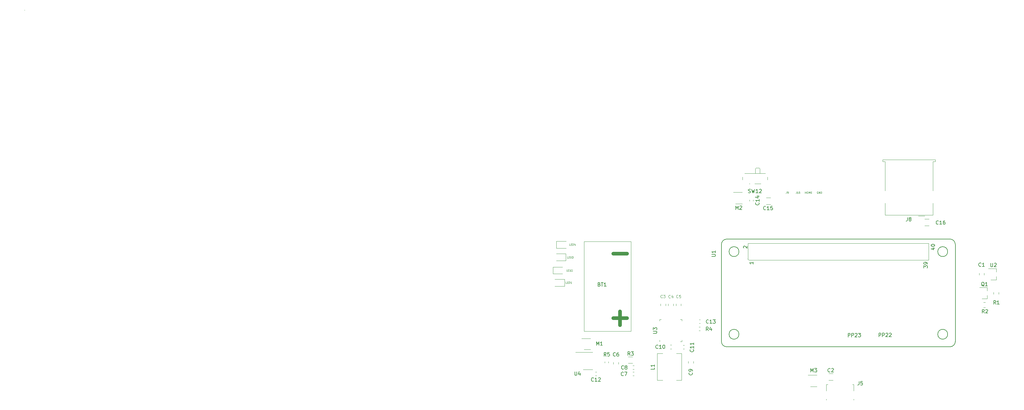
<source format=gbr>
%TF.GenerationSoftware,KiCad,Pcbnew,(5.1.6)-1*%
%TF.CreationDate,2021-04-26T08:49:06+02:00*%
%TF.ProjectId,GameboyPi,47616d65-626f-4795-9069-2e6b69636164,rev?*%
%TF.SameCoordinates,Original*%
%TF.FileFunction,Legend,Top*%
%TF.FilePolarity,Positive*%
%FSLAX46Y46*%
G04 Gerber Fmt 4.6, Leading zero omitted, Abs format (unit mm)*
G04 Created by KiCad (PCBNEW (5.1.6)-1) date 2021-04-26 08:49:06*
%MOMM*%
%LPD*%
G01*
G04 APERTURE LIST*
%ADD10C,0.200000*%
%ADD11C,0.120000*%
%ADD12C,0.125000*%
%ADD13C,0.150000*%
%ADD14C,1.000000*%
G04 APERTURE END LIST*
D10*
X-77400000Y-23025366D02*
G75*
G03*
X-77400000Y-23025366I0J0D01*
G01*
D11*
%TO.C,J8*%
X172700000Y-80341000D02*
X170900000Y-80341000D01*
X160990000Y-65161000D02*
X161640000Y-65161000D01*
X175610000Y-65161000D02*
X175610000Y-64641000D01*
X161640000Y-73271000D02*
X161640000Y-65161000D01*
X175610000Y-64641000D02*
X160990000Y-64641000D01*
X160990000Y-64641000D02*
X160990000Y-65161000D01*
X161640000Y-80121000D02*
X161640000Y-76791000D01*
X174960000Y-80121000D02*
X174960000Y-76791000D01*
X174960000Y-80121000D02*
X161640000Y-80121000D01*
X174960000Y-65161000D02*
X175610000Y-65161000D01*
X174960000Y-65161000D02*
X174960000Y-73271000D01*
%TO.C,C16*%
X173879564Y-81202500D02*
X172675436Y-81202500D01*
X173879564Y-83022500D02*
X172675436Y-83022500D01*
%TO.C,U4*%
X77770000Y-123080000D02*
X80370000Y-123080000D01*
X75670000Y-118290000D02*
X80360000Y-118290000D01*
%TO.C,U1*%
X123569240Y-87986700D02*
X123569240Y-92309780D01*
X173818060Y-87986700D02*
X123569240Y-87986700D01*
X173818060Y-92579020D02*
X173818060Y-87986700D01*
X123810540Y-92579020D02*
X173818060Y-92579020D01*
D10*
X181200000Y-88259999D02*
X181200000Y-115259999D01*
X179075001Y-113260000D02*
G75*
G03*
X179075001Y-113260000I-1375000J0D01*
G01*
X179700000Y-116760000D02*
X117700001Y-116759999D01*
X121075001Y-90260000D02*
G75*
G03*
X121075001Y-90260000I-1375000J0D01*
G01*
X179075001Y-90260000D02*
G75*
G03*
X179075001Y-90260000I-1375000J0D01*
G01*
X121075001Y-113259999D02*
G75*
G03*
X121075001Y-113259999I-1375000J0D01*
G01*
X116200001Y-115260000D02*
X116200001Y-88260000D01*
X117700001Y-86760000D02*
X179700000Y-86760000D01*
X116200001Y-88260000D02*
G75*
G02*
X117700001Y-86760000I1500000J0D01*
G01*
X117700002Y-116759999D02*
G75*
G02*
X116200001Y-115260000I-1J1500000D01*
G01*
X181200001Y-115259999D02*
G75*
G02*
X179700000Y-116760000I-1500001J0D01*
G01*
X179699999Y-86760000D02*
G75*
G02*
X181200000Y-88259999I1J-1500000D01*
G01*
D11*
X123817838Y-92576580D02*
G75*
G02*
X123574321Y-92309781I10482J254100D01*
G01*
%TO.C,BT1*%
X78030000Y-112460000D02*
X91030000Y-112460000D01*
X78030000Y-87460000D02*
X78030000Y-112460000D01*
X91030000Y-87460000D02*
X78030000Y-87460000D01*
X91030000Y-112460000D02*
X91030000Y-87460000D01*
%TO.C,L1*%
X105160000Y-126035000D02*
X103660000Y-126035000D01*
X105160000Y-118635000D02*
X103660000Y-118635000D01*
X105160000Y-126035000D02*
X105160000Y-118635000D01*
X98360000Y-118635000D02*
X99860000Y-118635000D01*
X98360000Y-126035000D02*
X99860000Y-126035000D01*
X98360000Y-118635000D02*
X98360000Y-126035000D01*
%TO.C,M3*%
X140930000Y-127850000D02*
X142730000Y-127850000D01*
X142730000Y-124630000D02*
X140280000Y-124630000D01*
%TO.C,M2*%
X120147500Y-76985000D02*
X121947500Y-76985000D01*
X121947500Y-73765000D02*
X119497500Y-73765000D01*
%TO.C,M1*%
X78060000Y-117500000D02*
X79820000Y-117500000D01*
X79820000Y-114430000D02*
X77390000Y-114430000D01*
%TO.C,R5*%
X83810000Y-121235279D02*
X83810000Y-120909721D01*
X84830000Y-121235279D02*
X84830000Y-120909721D01*
%TO.C,C15*%
X128662936Y-75275000D02*
X129867064Y-75275000D01*
X128662936Y-77095000D02*
X129867064Y-77095000D01*
%TO.C,C14*%
X123967500Y-76202779D02*
X123967500Y-75877221D01*
X124987500Y-76202779D02*
X124987500Y-75877221D01*
%TO.C,C13*%
X110325279Y-110245000D02*
X109999721Y-110245000D01*
X110325279Y-109225000D02*
X109999721Y-109225000D01*
%TO.C,C12*%
X81527779Y-124797500D02*
X81202221Y-124797500D01*
X81527779Y-123777500D02*
X81202221Y-123777500D01*
%TO.C,R4*%
X109972221Y-111222500D02*
X110297779Y-111222500D01*
X109972221Y-112242500D02*
X110297779Y-112242500D01*
%TO.C,C8*%
X91892779Y-123045000D02*
X91567221Y-123045000D01*
X91892779Y-122025000D02*
X91567221Y-122025000D01*
%TO.C,C7*%
X91902779Y-124795000D02*
X91577221Y-124795000D01*
X91902779Y-123775000D02*
X91577221Y-123775000D01*
%TO.C,R3*%
X91534564Y-121345000D02*
X90330436Y-121345000D01*
X91534564Y-119525000D02*
X90330436Y-119525000D01*
%TO.C,C11*%
X105562221Y-116297500D02*
X105887779Y-116297500D01*
X105562221Y-117317500D02*
X105887779Y-117317500D01*
%TO.C,C10*%
X102287779Y-117290000D02*
X101962221Y-117290000D01*
X102287779Y-116270000D02*
X101962221Y-116270000D01*
%TO.C,C9*%
X108390000Y-120821422D02*
X108390000Y-121338578D01*
X106970000Y-120821422D02*
X106970000Y-121338578D01*
%TO.C,C6*%
X87592500Y-121031422D02*
X87592500Y-121548578D01*
X86172500Y-121031422D02*
X86172500Y-121548578D01*
%TO.C,D4*%
X73000000Y-87390000D02*
X70315000Y-87390000D01*
X70315000Y-87390000D02*
X70315000Y-89310000D01*
X70315000Y-89310000D02*
X73000000Y-89310000D01*
%TO.C,D3*%
X70292500Y-92780000D02*
X72977500Y-92780000D01*
X72977500Y-92780000D02*
X72977500Y-90860000D01*
X72977500Y-90860000D02*
X70292500Y-90860000D01*
%TO.C,D2*%
X72060000Y-94530000D02*
X69375000Y-94530000D01*
X69375000Y-94530000D02*
X69375000Y-96450000D01*
X69375000Y-96450000D02*
X72060000Y-96450000D01*
%TO.C,D1*%
X69922500Y-99850000D02*
X72607500Y-99850000D01*
X72607500Y-99850000D02*
X72607500Y-97930000D01*
X72607500Y-97930000D02*
X69922500Y-97930000D01*
%TO.C,SW12*%
X124115000Y-71347500D02*
X123915000Y-71347500D01*
X126915000Y-67207500D02*
X126715000Y-66997500D01*
X125615000Y-67207500D02*
X125815000Y-66997500D01*
X126915000Y-68497500D02*
X126915000Y-67207500D01*
X126715000Y-66997500D02*
X125815000Y-66997500D01*
X125615000Y-67207500D02*
X125615000Y-68497500D01*
X128365000Y-68497500D02*
X122665000Y-68497500D01*
X127115000Y-71347500D02*
X125415000Y-71347500D01*
X128965000Y-70297500D02*
X128965000Y-69507500D01*
X122065000Y-69507500D02*
X122065000Y-70297500D01*
%TO.C,C5*%
X103570000Y-105333578D02*
X103570000Y-104816422D01*
X104990000Y-105333578D02*
X104990000Y-104816422D01*
%TO.C,C4*%
X101430000Y-105326078D02*
X101430000Y-104808922D01*
X102850000Y-105326078D02*
X102850000Y-104808922D01*
%TO.C,C3*%
X99260000Y-105326078D02*
X99260000Y-104808922D01*
X100680000Y-105326078D02*
X100680000Y-104808922D01*
%TO.C,C2*%
X147207064Y-126012500D02*
X146002936Y-126012500D01*
X147207064Y-124192500D02*
X146002936Y-124192500D01*
%TO.C,J5*%
X152980000Y-127262000D02*
X152600000Y-127262000D01*
X152980000Y-131312000D02*
X152980000Y-131572000D01*
X152980000Y-127262000D02*
X152980000Y-129032000D01*
X145360000Y-127262000D02*
X145740000Y-127262000D01*
X145360000Y-129032000D02*
X145360000Y-127262000D01*
X145360000Y-131572000D02*
X145360000Y-131312000D01*
%TO.C,U3*%
X99000000Y-114855000D02*
X99000000Y-115330000D01*
X105220000Y-109110000D02*
X104745000Y-109110000D01*
X105220000Y-109585000D02*
X105220000Y-109110000D01*
X105220000Y-115330000D02*
X104745000Y-115330000D01*
X105220000Y-114855000D02*
X105220000Y-115330000D01*
X99000000Y-109110000D02*
X99475000Y-109110000D01*
X99000000Y-109585000D02*
X99000000Y-109110000D01*
%TO.C,C1*%
X189230000Y-96798578D02*
X189230000Y-96281422D01*
X187810000Y-96798578D02*
X187810000Y-96281422D01*
%TO.C,Q1*%
X190080000Y-103400000D02*
X188620000Y-103400000D01*
X190080000Y-100240000D02*
X187920000Y-100240000D01*
X190080000Y-100240000D02*
X190080000Y-101170000D01*
X190080000Y-103400000D02*
X190080000Y-102470000D01*
%TO.C,R1*%
X191830000Y-101588922D02*
X191830000Y-102106078D01*
X193250000Y-101588922D02*
X193250000Y-102106078D01*
%TO.C,R2*%
X189568578Y-105780000D02*
X189051422Y-105780000D01*
X189568578Y-104360000D02*
X189051422Y-104360000D01*
%TO.C,U2*%
X192560000Y-98110000D02*
X192560000Y-97180000D01*
X192560000Y-94950000D02*
X192560000Y-95880000D01*
X192560000Y-94950000D02*
X190400000Y-94950000D01*
X192560000Y-98110000D02*
X191100000Y-98110000D01*
%TO.C,J10*%
D12*
X137025238Y-73586190D02*
X137025238Y-73943333D01*
X137001428Y-74014761D01*
X136953809Y-74062380D01*
X136882380Y-74086190D01*
X136834761Y-74086190D01*
X137525238Y-74086190D02*
X137239523Y-74086190D01*
X137382380Y-74086190D02*
X137382380Y-73586190D01*
X137334761Y-73657619D01*
X137287142Y-73705238D01*
X137239523Y-73729047D01*
X137834761Y-73586190D02*
X137882380Y-73586190D01*
X137930000Y-73610000D01*
X137953809Y-73633809D01*
X137977619Y-73681428D01*
X138001428Y-73776666D01*
X138001428Y-73895714D01*
X137977619Y-73990952D01*
X137953809Y-74038571D01*
X137930000Y-74062380D01*
X137882380Y-74086190D01*
X137834761Y-74086190D01*
X137787142Y-74062380D01*
X137763333Y-74038571D01*
X137739523Y-73990952D01*
X137715714Y-73895714D01*
X137715714Y-73776666D01*
X137739523Y-73681428D01*
X137763333Y-73633809D01*
X137787142Y-73610000D01*
X137834761Y-73586190D01*
%TO.C,J9*%
X134303333Y-73546190D02*
X134303333Y-73903333D01*
X134279523Y-73974761D01*
X134231904Y-74022380D01*
X134160476Y-74046190D01*
X134112857Y-74046190D01*
X134565238Y-74046190D02*
X134660476Y-74046190D01*
X134708095Y-74022380D01*
X134731904Y-73998571D01*
X134779523Y-73927142D01*
X134803333Y-73831904D01*
X134803333Y-73641428D01*
X134779523Y-73593809D01*
X134755714Y-73570000D01*
X134708095Y-73546190D01*
X134612857Y-73546190D01*
X134565238Y-73570000D01*
X134541428Y-73593809D01*
X134517619Y-73641428D01*
X134517619Y-73760476D01*
X134541428Y-73808095D01*
X134565238Y-73831904D01*
X134612857Y-73855714D01*
X134708095Y-73855714D01*
X134755714Y-73831904D01*
X134779523Y-73808095D01*
X134803333Y-73760476D01*
%TO.C,J8*%
D13*
X167916666Y-80733380D02*
X167916666Y-81447666D01*
X167869047Y-81590523D01*
X167773809Y-81685761D01*
X167630952Y-81733380D01*
X167535714Y-81733380D01*
X168535714Y-81161952D02*
X168440476Y-81114333D01*
X168392857Y-81066714D01*
X168345238Y-80971476D01*
X168345238Y-80923857D01*
X168392857Y-80828619D01*
X168440476Y-80781000D01*
X168535714Y-80733380D01*
X168726190Y-80733380D01*
X168821428Y-80781000D01*
X168869047Y-80828619D01*
X168916666Y-80923857D01*
X168916666Y-80971476D01*
X168869047Y-81066714D01*
X168821428Y-81114333D01*
X168726190Y-81161952D01*
X168535714Y-81161952D01*
X168440476Y-81209571D01*
X168392857Y-81257190D01*
X168345238Y-81352428D01*
X168345238Y-81542904D01*
X168392857Y-81638142D01*
X168440476Y-81685761D01*
X168535714Y-81733380D01*
X168726190Y-81733380D01*
X168821428Y-81685761D01*
X168869047Y-81638142D01*
X168916666Y-81542904D01*
X168916666Y-81352428D01*
X168869047Y-81257190D01*
X168821428Y-81209571D01*
X168726190Y-81161952D01*
%TO.C,C16*%
X176494642Y-82559642D02*
X176447023Y-82607261D01*
X176304166Y-82654880D01*
X176208928Y-82654880D01*
X176066071Y-82607261D01*
X175970833Y-82512023D01*
X175923214Y-82416785D01*
X175875595Y-82226309D01*
X175875595Y-82083452D01*
X175923214Y-81892976D01*
X175970833Y-81797738D01*
X176066071Y-81702500D01*
X176208928Y-81654880D01*
X176304166Y-81654880D01*
X176447023Y-81702500D01*
X176494642Y-81750119D01*
X177447023Y-82654880D02*
X176875595Y-82654880D01*
X177161309Y-82654880D02*
X177161309Y-81654880D01*
X177066071Y-81797738D01*
X176970833Y-81892976D01*
X176875595Y-81940595D01*
X178304166Y-81654880D02*
X178113690Y-81654880D01*
X178018452Y-81702500D01*
X177970833Y-81750119D01*
X177875595Y-81892976D01*
X177827976Y-82083452D01*
X177827976Y-82464404D01*
X177875595Y-82559642D01*
X177923214Y-82607261D01*
X178018452Y-82654880D01*
X178208928Y-82654880D01*
X178304166Y-82607261D01*
X178351785Y-82559642D01*
X178399404Y-82464404D01*
X178399404Y-82226309D01*
X178351785Y-82131071D01*
X178304166Y-82083452D01*
X178208928Y-82035833D01*
X178018452Y-82035833D01*
X177923214Y-82083452D01*
X177875595Y-82131071D01*
X177827976Y-82226309D01*
%TO.C,J6*%
D12*
X139453333Y-74076190D02*
X139453333Y-73576190D01*
X139453333Y-73814285D02*
X139739047Y-73814285D01*
X139739047Y-74076190D02*
X139739047Y-73576190D01*
X140072380Y-73576190D02*
X140167619Y-73576190D01*
X140215238Y-73600000D01*
X140262857Y-73647619D01*
X140286666Y-73742857D01*
X140286666Y-73909523D01*
X140262857Y-74004761D01*
X140215238Y-74052380D01*
X140167619Y-74076190D01*
X140072380Y-74076190D01*
X140024761Y-74052380D01*
X139977142Y-74004761D01*
X139953333Y-73909523D01*
X139953333Y-73742857D01*
X139977142Y-73647619D01*
X140024761Y-73600000D01*
X140072380Y-73576190D01*
X140500952Y-74076190D02*
X140500952Y-73576190D01*
X140667619Y-73933333D01*
X140834285Y-73576190D01*
X140834285Y-74076190D01*
X141072380Y-73814285D02*
X141239047Y-73814285D01*
X141310476Y-74076190D02*
X141072380Y-74076190D01*
X141072380Y-73576190D01*
X141310476Y-73576190D01*
%TO.C,U4*%
D13*
X75460595Y-123674880D02*
X75460595Y-124484404D01*
X75508214Y-124579642D01*
X75555833Y-124627261D01*
X75651071Y-124674880D01*
X75841547Y-124674880D01*
X75936785Y-124627261D01*
X75984404Y-124579642D01*
X76032023Y-124484404D01*
X76032023Y-123674880D01*
X76936785Y-124008214D02*
X76936785Y-124674880D01*
X76698690Y-123627261D02*
X76460595Y-124341547D01*
X77079642Y-124341547D01*
%TO.C,J7*%
D12*
X143029047Y-73580000D02*
X142981428Y-73556190D01*
X142910000Y-73556190D01*
X142838571Y-73580000D01*
X142790952Y-73627619D01*
X142767142Y-73675238D01*
X142743333Y-73770476D01*
X142743333Y-73841904D01*
X142767142Y-73937142D01*
X142790952Y-73984761D01*
X142838571Y-74032380D01*
X142910000Y-74056190D01*
X142957619Y-74056190D01*
X143029047Y-74032380D01*
X143052857Y-74008571D01*
X143052857Y-73841904D01*
X142957619Y-73841904D01*
X143267142Y-74056190D02*
X143267142Y-73556190D01*
X143552857Y-74056190D01*
X143552857Y-73556190D01*
X143790952Y-74056190D02*
X143790952Y-73556190D01*
X143910000Y-73556190D01*
X143981428Y-73580000D01*
X144029047Y-73627619D01*
X144052857Y-73675238D01*
X144076666Y-73770476D01*
X144076666Y-73841904D01*
X144052857Y-73937142D01*
X144029047Y-73984761D01*
X143981428Y-74032380D01*
X143910000Y-74056190D01*
X143790952Y-74056190D01*
%TO.C,U1*%
D13*
X113532380Y-91581904D02*
X114341904Y-91581904D01*
X114437142Y-91534285D01*
X114484761Y-91486666D01*
X114532380Y-91391428D01*
X114532380Y-91200952D01*
X114484761Y-91105714D01*
X114437142Y-91058095D01*
X114341904Y-91010476D01*
X113532380Y-91010476D01*
X114532380Y-90010476D02*
X114532380Y-90581904D01*
X114532380Y-90296190D02*
X113532380Y-90296190D01*
X113675238Y-90391428D01*
X113770476Y-90486666D01*
X113818095Y-90581904D01*
X151405714Y-113992380D02*
X151405714Y-112992380D01*
X151786666Y-112992380D01*
X151881904Y-113040000D01*
X151929523Y-113087619D01*
X151977142Y-113182857D01*
X151977142Y-113325714D01*
X151929523Y-113420952D01*
X151881904Y-113468571D01*
X151786666Y-113516190D01*
X151405714Y-113516190D01*
X152405714Y-113992380D02*
X152405714Y-112992380D01*
X152786666Y-112992380D01*
X152881904Y-113040000D01*
X152929523Y-113087619D01*
X152977142Y-113182857D01*
X152977142Y-113325714D01*
X152929523Y-113420952D01*
X152881904Y-113468571D01*
X152786666Y-113516190D01*
X152405714Y-113516190D01*
X153358095Y-113087619D02*
X153405714Y-113040000D01*
X153500952Y-112992380D01*
X153739047Y-112992380D01*
X153834285Y-113040000D01*
X153881904Y-113087619D01*
X153929523Y-113182857D01*
X153929523Y-113278095D01*
X153881904Y-113420952D01*
X153310476Y-113992380D01*
X153929523Y-113992380D01*
X154262857Y-112992380D02*
X154881904Y-112992380D01*
X154548571Y-113373333D01*
X154691428Y-113373333D01*
X154786666Y-113420952D01*
X154834285Y-113468571D01*
X154881904Y-113563809D01*
X154881904Y-113801904D01*
X154834285Y-113897142D01*
X154786666Y-113944761D01*
X154691428Y-113992380D01*
X154405714Y-113992380D01*
X154310476Y-113944761D01*
X154262857Y-113897142D01*
X159955714Y-113962380D02*
X159955714Y-112962380D01*
X160336666Y-112962380D01*
X160431904Y-113010000D01*
X160479523Y-113057619D01*
X160527142Y-113152857D01*
X160527142Y-113295714D01*
X160479523Y-113390952D01*
X160431904Y-113438571D01*
X160336666Y-113486190D01*
X159955714Y-113486190D01*
X160955714Y-113962380D02*
X160955714Y-112962380D01*
X161336666Y-112962380D01*
X161431904Y-113010000D01*
X161479523Y-113057619D01*
X161527142Y-113152857D01*
X161527142Y-113295714D01*
X161479523Y-113390952D01*
X161431904Y-113438571D01*
X161336666Y-113486190D01*
X160955714Y-113486190D01*
X161908095Y-113057619D02*
X161955714Y-113010000D01*
X162050952Y-112962380D01*
X162289047Y-112962380D01*
X162384285Y-113010000D01*
X162431904Y-113057619D01*
X162479523Y-113152857D01*
X162479523Y-113248095D01*
X162431904Y-113390952D01*
X161860476Y-113962380D01*
X162479523Y-113962380D01*
X162860476Y-113057619D02*
X162908095Y-113010000D01*
X163003333Y-112962380D01*
X163241428Y-112962380D01*
X163336666Y-113010000D01*
X163384285Y-113057619D01*
X163431904Y-113152857D01*
X163431904Y-113248095D01*
X163384285Y-113390952D01*
X162812857Y-113962380D01*
X163431904Y-113962380D01*
X124992380Y-93114285D02*
X124992380Y-93685714D01*
X124992380Y-93400000D02*
X123992380Y-93400000D01*
X124135238Y-93495238D01*
X124230476Y-93590476D01*
X124278095Y-93685714D01*
X172460180Y-94783003D02*
X172460180Y-94163956D01*
X172841133Y-94497289D01*
X172841133Y-94354432D01*
X172888752Y-94259194D01*
X172936371Y-94211575D01*
X173031609Y-94163956D01*
X173269704Y-94163956D01*
X173364942Y-94211575D01*
X173412561Y-94259194D01*
X173460180Y-94354432D01*
X173460180Y-94640146D01*
X173412561Y-94735384D01*
X173364942Y-94783003D01*
X173460180Y-93687765D02*
X173460180Y-93497289D01*
X173412561Y-93402051D01*
X173364942Y-93354432D01*
X173222085Y-93259194D01*
X173031609Y-93211575D01*
X172650657Y-93211575D01*
X172555419Y-93259194D01*
X172507800Y-93306813D01*
X172460180Y-93402051D01*
X172460180Y-93592527D01*
X172507800Y-93687765D01*
X172555419Y-93735384D01*
X172650657Y-93783003D01*
X172888752Y-93783003D01*
X172983990Y-93735384D01*
X173031609Y-93687765D01*
X173079228Y-93592527D01*
X173079228Y-93402051D01*
X173031609Y-93306813D01*
X172983990Y-93259194D01*
X172888752Y-93211575D01*
X122437619Y-89245714D02*
X122390000Y-89198095D01*
X122342380Y-89102857D01*
X122342380Y-88864761D01*
X122390000Y-88769523D01*
X122437619Y-88721904D01*
X122532857Y-88674285D01*
X122628095Y-88674285D01*
X122770952Y-88721904D01*
X123342380Y-89293333D01*
X123342380Y-88674285D01*
X174805714Y-89275714D02*
X175472380Y-89275714D01*
X174424761Y-89513809D02*
X175139047Y-89751904D01*
X175139047Y-89132857D01*
X174472380Y-88561428D02*
X174472380Y-88466190D01*
X174520000Y-88370952D01*
X174567619Y-88323333D01*
X174662857Y-88275714D01*
X174853333Y-88228095D01*
X175091428Y-88228095D01*
X175281904Y-88275714D01*
X175377142Y-88323333D01*
X175424761Y-88370952D01*
X175472380Y-88466190D01*
X175472380Y-88561428D01*
X175424761Y-88656666D01*
X175377142Y-88704285D01*
X175281904Y-88751904D01*
X175091428Y-88799523D01*
X174853333Y-88799523D01*
X174662857Y-88751904D01*
X174567619Y-88704285D01*
X174520000Y-88656666D01*
X174472380Y-88561428D01*
%TO.C,BT1*%
X82244285Y-99388571D02*
X82387142Y-99436190D01*
X82434761Y-99483809D01*
X82482380Y-99579047D01*
X82482380Y-99721904D01*
X82434761Y-99817142D01*
X82387142Y-99864761D01*
X82291904Y-99912380D01*
X81910952Y-99912380D01*
X81910952Y-98912380D01*
X82244285Y-98912380D01*
X82339523Y-98960000D01*
X82387142Y-99007619D01*
X82434761Y-99102857D01*
X82434761Y-99198095D01*
X82387142Y-99293333D01*
X82339523Y-99340952D01*
X82244285Y-99388571D01*
X81910952Y-99388571D01*
X82768095Y-98912380D02*
X83339523Y-98912380D01*
X83053809Y-99912380D02*
X83053809Y-98912380D01*
X84196666Y-99912380D02*
X83625238Y-99912380D01*
X83910952Y-99912380D02*
X83910952Y-98912380D01*
X83815714Y-99055238D01*
X83720476Y-99150476D01*
X83625238Y-99198095D01*
D14*
X86125238Y-90817142D02*
X89934761Y-90817142D01*
X86125238Y-108817142D02*
X89934761Y-108817142D01*
X88030000Y-110721904D02*
X88030000Y-106912380D01*
%TO.C,L1*%
D13*
X97567380Y-122554166D02*
X97567380Y-123030357D01*
X96567380Y-123030357D01*
X97567380Y-121697023D02*
X97567380Y-122268452D01*
X97567380Y-121982738D02*
X96567380Y-121982738D01*
X96710238Y-122077976D01*
X96805476Y-122173214D01*
X96853095Y-122268452D01*
%TO.C,M3*%
X141020476Y-123792380D02*
X141020476Y-122792380D01*
X141353809Y-123506666D01*
X141687142Y-122792380D01*
X141687142Y-123792380D01*
X142068095Y-122792380D02*
X142687142Y-122792380D01*
X142353809Y-123173333D01*
X142496666Y-123173333D01*
X142591904Y-123220952D01*
X142639523Y-123268571D01*
X142687142Y-123363809D01*
X142687142Y-123601904D01*
X142639523Y-123697142D01*
X142591904Y-123744761D01*
X142496666Y-123792380D01*
X142210952Y-123792380D01*
X142115714Y-123744761D01*
X142068095Y-123697142D01*
%TO.C,M2*%
X120197976Y-78517380D02*
X120197976Y-77517380D01*
X120531309Y-78231666D01*
X120864642Y-77517380D01*
X120864642Y-78517380D01*
X121293214Y-77612619D02*
X121340833Y-77565000D01*
X121436071Y-77517380D01*
X121674166Y-77517380D01*
X121769404Y-77565000D01*
X121817023Y-77612619D01*
X121864642Y-77707857D01*
X121864642Y-77803095D01*
X121817023Y-77945952D01*
X121245595Y-78517380D01*
X121864642Y-78517380D01*
%TO.C,M1*%
X81470476Y-116332380D02*
X81470476Y-115332380D01*
X81803809Y-116046666D01*
X82137142Y-115332380D01*
X82137142Y-116332380D01*
X83137142Y-116332380D02*
X82565714Y-116332380D01*
X82851428Y-116332380D02*
X82851428Y-115332380D01*
X82756190Y-115475238D01*
X82660952Y-115570476D01*
X82565714Y-115618095D01*
%TO.C,R5*%
X84163333Y-119342380D02*
X83830000Y-118866190D01*
X83591904Y-119342380D02*
X83591904Y-118342380D01*
X83972857Y-118342380D01*
X84068095Y-118390000D01*
X84115714Y-118437619D01*
X84163333Y-118532857D01*
X84163333Y-118675714D01*
X84115714Y-118770952D01*
X84068095Y-118818571D01*
X83972857Y-118866190D01*
X83591904Y-118866190D01*
X85068095Y-118342380D02*
X84591904Y-118342380D01*
X84544285Y-118818571D01*
X84591904Y-118770952D01*
X84687142Y-118723333D01*
X84925238Y-118723333D01*
X85020476Y-118770952D01*
X85068095Y-118818571D01*
X85115714Y-118913809D01*
X85115714Y-119151904D01*
X85068095Y-119247142D01*
X85020476Y-119294761D01*
X84925238Y-119342380D01*
X84687142Y-119342380D01*
X84591904Y-119294761D01*
X84544285Y-119247142D01*
%TO.C,C15*%
X128532142Y-78542142D02*
X128484523Y-78589761D01*
X128341666Y-78637380D01*
X128246428Y-78637380D01*
X128103571Y-78589761D01*
X128008333Y-78494523D01*
X127960714Y-78399285D01*
X127913095Y-78208809D01*
X127913095Y-78065952D01*
X127960714Y-77875476D01*
X128008333Y-77780238D01*
X128103571Y-77685000D01*
X128246428Y-77637380D01*
X128341666Y-77637380D01*
X128484523Y-77685000D01*
X128532142Y-77732619D01*
X129484523Y-78637380D02*
X128913095Y-78637380D01*
X129198809Y-78637380D02*
X129198809Y-77637380D01*
X129103571Y-77780238D01*
X129008333Y-77875476D01*
X128913095Y-77923095D01*
X130389285Y-77637380D02*
X129913095Y-77637380D01*
X129865476Y-78113571D01*
X129913095Y-78065952D01*
X130008333Y-78018333D01*
X130246428Y-78018333D01*
X130341666Y-78065952D01*
X130389285Y-78113571D01*
X130436904Y-78208809D01*
X130436904Y-78446904D01*
X130389285Y-78542142D01*
X130341666Y-78589761D01*
X130246428Y-78637380D01*
X130008333Y-78637380D01*
X129913095Y-78589761D01*
X129865476Y-78542142D01*
%TO.C,C14*%
X126594642Y-76642857D02*
X126642261Y-76690476D01*
X126689880Y-76833333D01*
X126689880Y-76928571D01*
X126642261Y-77071428D01*
X126547023Y-77166666D01*
X126451785Y-77214285D01*
X126261309Y-77261904D01*
X126118452Y-77261904D01*
X125927976Y-77214285D01*
X125832738Y-77166666D01*
X125737500Y-77071428D01*
X125689880Y-76928571D01*
X125689880Y-76833333D01*
X125737500Y-76690476D01*
X125785119Y-76642857D01*
X126689880Y-75690476D02*
X126689880Y-76261904D01*
X126689880Y-75976190D02*
X125689880Y-75976190D01*
X125832738Y-76071428D01*
X125927976Y-76166666D01*
X125975595Y-76261904D01*
X126023214Y-74833333D02*
X126689880Y-74833333D01*
X125642261Y-75071428D02*
X126356547Y-75309523D01*
X126356547Y-74690476D01*
%TO.C,C13*%
X112599642Y-110112142D02*
X112552023Y-110159761D01*
X112409166Y-110207380D01*
X112313928Y-110207380D01*
X112171071Y-110159761D01*
X112075833Y-110064523D01*
X112028214Y-109969285D01*
X111980595Y-109778809D01*
X111980595Y-109635952D01*
X112028214Y-109445476D01*
X112075833Y-109350238D01*
X112171071Y-109255000D01*
X112313928Y-109207380D01*
X112409166Y-109207380D01*
X112552023Y-109255000D01*
X112599642Y-109302619D01*
X113552023Y-110207380D02*
X112980595Y-110207380D01*
X113266309Y-110207380D02*
X113266309Y-109207380D01*
X113171071Y-109350238D01*
X113075833Y-109445476D01*
X112980595Y-109493095D01*
X113885357Y-109207380D02*
X114504404Y-109207380D01*
X114171071Y-109588333D01*
X114313928Y-109588333D01*
X114409166Y-109635952D01*
X114456785Y-109683571D01*
X114504404Y-109778809D01*
X114504404Y-110016904D01*
X114456785Y-110112142D01*
X114409166Y-110159761D01*
X114313928Y-110207380D01*
X114028214Y-110207380D01*
X113932976Y-110159761D01*
X113885357Y-110112142D01*
%TO.C,C12*%
X80694642Y-126254642D02*
X80647023Y-126302261D01*
X80504166Y-126349880D01*
X80408928Y-126349880D01*
X80266071Y-126302261D01*
X80170833Y-126207023D01*
X80123214Y-126111785D01*
X80075595Y-125921309D01*
X80075595Y-125778452D01*
X80123214Y-125587976D01*
X80170833Y-125492738D01*
X80266071Y-125397500D01*
X80408928Y-125349880D01*
X80504166Y-125349880D01*
X80647023Y-125397500D01*
X80694642Y-125445119D01*
X81647023Y-126349880D02*
X81075595Y-126349880D01*
X81361309Y-126349880D02*
X81361309Y-125349880D01*
X81266071Y-125492738D01*
X81170833Y-125587976D01*
X81075595Y-125635595D01*
X82027976Y-125445119D02*
X82075595Y-125397500D01*
X82170833Y-125349880D01*
X82408928Y-125349880D01*
X82504166Y-125397500D01*
X82551785Y-125445119D01*
X82599404Y-125540357D01*
X82599404Y-125635595D01*
X82551785Y-125778452D01*
X81980357Y-126349880D01*
X82599404Y-126349880D01*
%TO.C,R4*%
X112555833Y-112264880D02*
X112222500Y-111788690D01*
X111984404Y-112264880D02*
X111984404Y-111264880D01*
X112365357Y-111264880D01*
X112460595Y-111312500D01*
X112508214Y-111360119D01*
X112555833Y-111455357D01*
X112555833Y-111598214D01*
X112508214Y-111693452D01*
X112460595Y-111741071D01*
X112365357Y-111788690D01*
X111984404Y-111788690D01*
X113412976Y-111598214D02*
X113412976Y-112264880D01*
X113174880Y-111217261D02*
X112936785Y-111931547D01*
X113555833Y-111931547D01*
%TO.C,C8*%
X89025833Y-122902142D02*
X88978214Y-122949761D01*
X88835357Y-122997380D01*
X88740119Y-122997380D01*
X88597261Y-122949761D01*
X88502023Y-122854523D01*
X88454404Y-122759285D01*
X88406785Y-122568809D01*
X88406785Y-122425952D01*
X88454404Y-122235476D01*
X88502023Y-122140238D01*
X88597261Y-122045000D01*
X88740119Y-121997380D01*
X88835357Y-121997380D01*
X88978214Y-122045000D01*
X89025833Y-122092619D01*
X89597261Y-122425952D02*
X89502023Y-122378333D01*
X89454404Y-122330714D01*
X89406785Y-122235476D01*
X89406785Y-122187857D01*
X89454404Y-122092619D01*
X89502023Y-122045000D01*
X89597261Y-121997380D01*
X89787738Y-121997380D01*
X89882976Y-122045000D01*
X89930595Y-122092619D01*
X89978214Y-122187857D01*
X89978214Y-122235476D01*
X89930595Y-122330714D01*
X89882976Y-122378333D01*
X89787738Y-122425952D01*
X89597261Y-122425952D01*
X89502023Y-122473571D01*
X89454404Y-122521190D01*
X89406785Y-122616428D01*
X89406785Y-122806904D01*
X89454404Y-122902142D01*
X89502023Y-122949761D01*
X89597261Y-122997380D01*
X89787738Y-122997380D01*
X89882976Y-122949761D01*
X89930595Y-122902142D01*
X89978214Y-122806904D01*
X89978214Y-122616428D01*
X89930595Y-122521190D01*
X89882976Y-122473571D01*
X89787738Y-122425952D01*
%TO.C,C7*%
X88965833Y-124712142D02*
X88918214Y-124759761D01*
X88775357Y-124807380D01*
X88680119Y-124807380D01*
X88537261Y-124759761D01*
X88442023Y-124664523D01*
X88394404Y-124569285D01*
X88346785Y-124378809D01*
X88346785Y-124235952D01*
X88394404Y-124045476D01*
X88442023Y-123950238D01*
X88537261Y-123855000D01*
X88680119Y-123807380D01*
X88775357Y-123807380D01*
X88918214Y-123855000D01*
X88965833Y-123902619D01*
X89299166Y-123807380D02*
X89965833Y-123807380D01*
X89537261Y-124807380D01*
%TO.C,R3*%
X90785833Y-119117380D02*
X90452500Y-118641190D01*
X90214404Y-119117380D02*
X90214404Y-118117380D01*
X90595357Y-118117380D01*
X90690595Y-118165000D01*
X90738214Y-118212619D01*
X90785833Y-118307857D01*
X90785833Y-118450714D01*
X90738214Y-118545952D01*
X90690595Y-118593571D01*
X90595357Y-118641190D01*
X90214404Y-118641190D01*
X91119166Y-118117380D02*
X91738214Y-118117380D01*
X91404880Y-118498333D01*
X91547738Y-118498333D01*
X91642976Y-118545952D01*
X91690595Y-118593571D01*
X91738214Y-118688809D01*
X91738214Y-118926904D01*
X91690595Y-119022142D01*
X91642976Y-119069761D01*
X91547738Y-119117380D01*
X91262023Y-119117380D01*
X91166785Y-119069761D01*
X91119166Y-119022142D01*
%TO.C,C11*%
X108382142Y-117520357D02*
X108429761Y-117567976D01*
X108477380Y-117710833D01*
X108477380Y-117806071D01*
X108429761Y-117948928D01*
X108334523Y-118044166D01*
X108239285Y-118091785D01*
X108048809Y-118139404D01*
X107905952Y-118139404D01*
X107715476Y-118091785D01*
X107620238Y-118044166D01*
X107525000Y-117948928D01*
X107477380Y-117806071D01*
X107477380Y-117710833D01*
X107525000Y-117567976D01*
X107572619Y-117520357D01*
X108477380Y-116567976D02*
X108477380Y-117139404D01*
X108477380Y-116853690D02*
X107477380Y-116853690D01*
X107620238Y-116948928D01*
X107715476Y-117044166D01*
X107763095Y-117139404D01*
X108477380Y-115615595D02*
X108477380Y-116187023D01*
X108477380Y-115901309D02*
X107477380Y-115901309D01*
X107620238Y-115996547D01*
X107715476Y-116091785D01*
X107763095Y-116187023D01*
%TO.C,C10*%
X98574642Y-117147142D02*
X98527023Y-117194761D01*
X98384166Y-117242380D01*
X98288928Y-117242380D01*
X98146071Y-117194761D01*
X98050833Y-117099523D01*
X98003214Y-117004285D01*
X97955595Y-116813809D01*
X97955595Y-116670952D01*
X98003214Y-116480476D01*
X98050833Y-116385238D01*
X98146071Y-116290000D01*
X98288928Y-116242380D01*
X98384166Y-116242380D01*
X98527023Y-116290000D01*
X98574642Y-116337619D01*
X99527023Y-117242380D02*
X98955595Y-117242380D01*
X99241309Y-117242380D02*
X99241309Y-116242380D01*
X99146071Y-116385238D01*
X99050833Y-116480476D01*
X98955595Y-116528095D01*
X100146071Y-116242380D02*
X100241309Y-116242380D01*
X100336547Y-116290000D01*
X100384166Y-116337619D01*
X100431785Y-116432857D01*
X100479404Y-116623333D01*
X100479404Y-116861428D01*
X100431785Y-117051904D01*
X100384166Y-117147142D01*
X100336547Y-117194761D01*
X100241309Y-117242380D01*
X100146071Y-117242380D01*
X100050833Y-117194761D01*
X100003214Y-117147142D01*
X99955595Y-117051904D01*
X99907976Y-116861428D01*
X99907976Y-116623333D01*
X99955595Y-116432857D01*
X100003214Y-116337619D01*
X100050833Y-116290000D01*
X100146071Y-116242380D01*
%TO.C,C9*%
X108057142Y-123964166D02*
X108104761Y-124011785D01*
X108152380Y-124154642D01*
X108152380Y-124249880D01*
X108104761Y-124392738D01*
X108009523Y-124487976D01*
X107914285Y-124535595D01*
X107723809Y-124583214D01*
X107580952Y-124583214D01*
X107390476Y-124535595D01*
X107295238Y-124487976D01*
X107200000Y-124392738D01*
X107152380Y-124249880D01*
X107152380Y-124154642D01*
X107200000Y-124011785D01*
X107247619Y-123964166D01*
X108152380Y-123487976D02*
X108152380Y-123297500D01*
X108104761Y-123202261D01*
X108057142Y-123154642D01*
X107914285Y-123059404D01*
X107723809Y-123011785D01*
X107342857Y-123011785D01*
X107247619Y-123059404D01*
X107200000Y-123107023D01*
X107152380Y-123202261D01*
X107152380Y-123392738D01*
X107200000Y-123487976D01*
X107247619Y-123535595D01*
X107342857Y-123583214D01*
X107580952Y-123583214D01*
X107676190Y-123535595D01*
X107723809Y-123487976D01*
X107771428Y-123392738D01*
X107771428Y-123202261D01*
X107723809Y-123107023D01*
X107676190Y-123059404D01*
X107580952Y-123011785D01*
%TO.C,C6*%
X86735833Y-119267142D02*
X86688214Y-119314761D01*
X86545357Y-119362380D01*
X86450119Y-119362380D01*
X86307261Y-119314761D01*
X86212023Y-119219523D01*
X86164404Y-119124285D01*
X86116785Y-118933809D01*
X86116785Y-118790952D01*
X86164404Y-118600476D01*
X86212023Y-118505238D01*
X86307261Y-118410000D01*
X86450119Y-118362380D01*
X86545357Y-118362380D01*
X86688214Y-118410000D01*
X86735833Y-118457619D01*
X87592976Y-118362380D02*
X87402500Y-118362380D01*
X87307261Y-118410000D01*
X87259642Y-118457619D01*
X87164404Y-118600476D01*
X87116785Y-118790952D01*
X87116785Y-119171904D01*
X87164404Y-119267142D01*
X87212023Y-119314761D01*
X87307261Y-119362380D01*
X87497738Y-119362380D01*
X87592976Y-119314761D01*
X87640595Y-119267142D01*
X87688214Y-119171904D01*
X87688214Y-118933809D01*
X87640595Y-118838571D01*
X87592976Y-118790952D01*
X87497738Y-118743333D01*
X87307261Y-118743333D01*
X87212023Y-118790952D01*
X87164404Y-118838571D01*
X87116785Y-118933809D01*
%TO.C,D4*%
D12*
X74220476Y-88506190D02*
X73982380Y-88506190D01*
X73982380Y-88006190D01*
X74387142Y-88244285D02*
X74553809Y-88244285D01*
X74625238Y-88506190D02*
X74387142Y-88506190D01*
X74387142Y-88006190D01*
X74625238Y-88006190D01*
X74839523Y-88506190D02*
X74839523Y-88006190D01*
X74958571Y-88006190D01*
X75030000Y-88030000D01*
X75077619Y-88077619D01*
X75101428Y-88125238D01*
X75125238Y-88220476D01*
X75125238Y-88291904D01*
X75101428Y-88387142D01*
X75077619Y-88434761D01*
X75030000Y-88482380D01*
X74958571Y-88506190D01*
X74839523Y-88506190D01*
X75553809Y-88172857D02*
X75553809Y-88506190D01*
X75434761Y-87982380D02*
X75315714Y-88339523D01*
X75625238Y-88339523D01*
%TO.C,D3*%
X73600476Y-92066190D02*
X73362380Y-92066190D01*
X73362380Y-91566190D01*
X73767142Y-91804285D02*
X73933809Y-91804285D01*
X74005238Y-92066190D02*
X73767142Y-92066190D01*
X73767142Y-91566190D01*
X74005238Y-91566190D01*
X74219523Y-92066190D02*
X74219523Y-91566190D01*
X74338571Y-91566190D01*
X74410000Y-91590000D01*
X74457619Y-91637619D01*
X74481428Y-91685238D01*
X74505238Y-91780476D01*
X74505238Y-91851904D01*
X74481428Y-91947142D01*
X74457619Y-91994761D01*
X74410000Y-92042380D01*
X74338571Y-92066190D01*
X74219523Y-92066190D01*
X74671904Y-91566190D02*
X74981428Y-91566190D01*
X74814761Y-91756666D01*
X74886190Y-91756666D01*
X74933809Y-91780476D01*
X74957619Y-91804285D01*
X74981428Y-91851904D01*
X74981428Y-91970952D01*
X74957619Y-92018571D01*
X74933809Y-92042380D01*
X74886190Y-92066190D01*
X74743333Y-92066190D01*
X74695714Y-92042380D01*
X74671904Y-92018571D01*
%TO.C,D2*%
X73400476Y-95766190D02*
X73162380Y-95766190D01*
X73162380Y-95266190D01*
X73567142Y-95504285D02*
X73733809Y-95504285D01*
X73805238Y-95766190D02*
X73567142Y-95766190D01*
X73567142Y-95266190D01*
X73805238Y-95266190D01*
X74019523Y-95766190D02*
X74019523Y-95266190D01*
X74138571Y-95266190D01*
X74210000Y-95290000D01*
X74257619Y-95337619D01*
X74281428Y-95385238D01*
X74305238Y-95480476D01*
X74305238Y-95551904D01*
X74281428Y-95647142D01*
X74257619Y-95694761D01*
X74210000Y-95742380D01*
X74138571Y-95766190D01*
X74019523Y-95766190D01*
X74495714Y-95313809D02*
X74519523Y-95290000D01*
X74567142Y-95266190D01*
X74686190Y-95266190D01*
X74733809Y-95290000D01*
X74757619Y-95313809D01*
X74781428Y-95361428D01*
X74781428Y-95409047D01*
X74757619Y-95480476D01*
X74471904Y-95766190D01*
X74781428Y-95766190D01*
%TO.C,D1*%
X73220476Y-99106190D02*
X72982380Y-99106190D01*
X72982380Y-98606190D01*
X73387142Y-98844285D02*
X73553809Y-98844285D01*
X73625238Y-99106190D02*
X73387142Y-99106190D01*
X73387142Y-98606190D01*
X73625238Y-98606190D01*
X73839523Y-99106190D02*
X73839523Y-98606190D01*
X73958571Y-98606190D01*
X74030000Y-98630000D01*
X74077619Y-98677619D01*
X74101428Y-98725238D01*
X74125238Y-98820476D01*
X74125238Y-98891904D01*
X74101428Y-98987142D01*
X74077619Y-99034761D01*
X74030000Y-99082380D01*
X73958571Y-99106190D01*
X73839523Y-99106190D01*
X74601428Y-99106190D02*
X74315714Y-99106190D01*
X74458571Y-99106190D02*
X74458571Y-98606190D01*
X74410952Y-98677619D01*
X74363333Y-98725238D01*
X74315714Y-98749047D01*
%TO.C,SW12*%
D13*
X123705476Y-73832261D02*
X123848333Y-73879880D01*
X124086428Y-73879880D01*
X124181666Y-73832261D01*
X124229285Y-73784642D01*
X124276904Y-73689404D01*
X124276904Y-73594166D01*
X124229285Y-73498928D01*
X124181666Y-73451309D01*
X124086428Y-73403690D01*
X123895952Y-73356071D01*
X123800714Y-73308452D01*
X123753095Y-73260833D01*
X123705476Y-73165595D01*
X123705476Y-73070357D01*
X123753095Y-72975119D01*
X123800714Y-72927500D01*
X123895952Y-72879880D01*
X124134047Y-72879880D01*
X124276904Y-72927500D01*
X124610238Y-72879880D02*
X124848333Y-73879880D01*
X125038809Y-73165595D01*
X125229285Y-73879880D01*
X125467380Y-72879880D01*
X126372142Y-73879880D02*
X125800714Y-73879880D01*
X126086428Y-73879880D02*
X126086428Y-72879880D01*
X125991190Y-73022738D01*
X125895952Y-73117976D01*
X125800714Y-73165595D01*
X126753095Y-72975119D02*
X126800714Y-72927500D01*
X126895952Y-72879880D01*
X127134047Y-72879880D01*
X127229285Y-72927500D01*
X127276904Y-72975119D01*
X127324523Y-73070357D01*
X127324523Y-73165595D01*
X127276904Y-73308452D01*
X126705476Y-73879880D01*
X127324523Y-73879880D01*
%TO.C,C5*%
D12*
X104146666Y-103033214D02*
X104108571Y-103071309D01*
X103994285Y-103109404D01*
X103918095Y-103109404D01*
X103803809Y-103071309D01*
X103727619Y-102995119D01*
X103689523Y-102918928D01*
X103651428Y-102766547D01*
X103651428Y-102652261D01*
X103689523Y-102499880D01*
X103727619Y-102423690D01*
X103803809Y-102347500D01*
X103918095Y-102309404D01*
X103994285Y-102309404D01*
X104108571Y-102347500D01*
X104146666Y-102385595D01*
X104870476Y-102309404D02*
X104489523Y-102309404D01*
X104451428Y-102690357D01*
X104489523Y-102652261D01*
X104565714Y-102614166D01*
X104756190Y-102614166D01*
X104832380Y-102652261D01*
X104870476Y-102690357D01*
X104908571Y-102766547D01*
X104908571Y-102957023D01*
X104870476Y-103033214D01*
X104832380Y-103071309D01*
X104756190Y-103109404D01*
X104565714Y-103109404D01*
X104489523Y-103071309D01*
X104451428Y-103033214D01*
%TO.C,C4*%
X102016666Y-103083214D02*
X101978571Y-103121309D01*
X101864285Y-103159404D01*
X101788095Y-103159404D01*
X101673809Y-103121309D01*
X101597619Y-103045119D01*
X101559523Y-102968928D01*
X101521428Y-102816547D01*
X101521428Y-102702261D01*
X101559523Y-102549880D01*
X101597619Y-102473690D01*
X101673809Y-102397500D01*
X101788095Y-102359404D01*
X101864285Y-102359404D01*
X101978571Y-102397500D01*
X102016666Y-102435595D01*
X102702380Y-102626071D02*
X102702380Y-103159404D01*
X102511904Y-102321309D02*
X102321428Y-102892738D01*
X102816666Y-102892738D01*
%TO.C,C3*%
X99806666Y-103053214D02*
X99768571Y-103091309D01*
X99654285Y-103129404D01*
X99578095Y-103129404D01*
X99463809Y-103091309D01*
X99387619Y-103015119D01*
X99349523Y-102938928D01*
X99311428Y-102786547D01*
X99311428Y-102672261D01*
X99349523Y-102519880D01*
X99387619Y-102443690D01*
X99463809Y-102367500D01*
X99578095Y-102329404D01*
X99654285Y-102329404D01*
X99768571Y-102367500D01*
X99806666Y-102405595D01*
X100073333Y-102329404D02*
X100568571Y-102329404D01*
X100301904Y-102634166D01*
X100416190Y-102634166D01*
X100492380Y-102672261D01*
X100530476Y-102710357D01*
X100568571Y-102786547D01*
X100568571Y-102977023D01*
X100530476Y-103053214D01*
X100492380Y-103091309D01*
X100416190Y-103129404D01*
X100187619Y-103129404D01*
X100111428Y-103091309D01*
X100073333Y-103053214D01*
%TO.C,C2*%
D13*
X146408333Y-123679642D02*
X146360714Y-123727261D01*
X146217857Y-123774880D01*
X146122619Y-123774880D01*
X145979761Y-123727261D01*
X145884523Y-123632023D01*
X145836904Y-123536785D01*
X145789285Y-123346309D01*
X145789285Y-123203452D01*
X145836904Y-123012976D01*
X145884523Y-122917738D01*
X145979761Y-122822500D01*
X146122619Y-122774880D01*
X146217857Y-122774880D01*
X146360714Y-122822500D01*
X146408333Y-122870119D01*
X146789285Y-122870119D02*
X146836904Y-122822500D01*
X146932142Y-122774880D01*
X147170238Y-122774880D01*
X147265476Y-122822500D01*
X147313095Y-122870119D01*
X147360714Y-122965357D01*
X147360714Y-123060595D01*
X147313095Y-123203452D01*
X146741666Y-123774880D01*
X147360714Y-123774880D01*
%TO.C,J5*%
X154456666Y-126404380D02*
X154456666Y-127118666D01*
X154409047Y-127261523D01*
X154313809Y-127356761D01*
X154170952Y-127404380D01*
X154075714Y-127404380D01*
X155409047Y-126404380D02*
X154932857Y-126404380D01*
X154885238Y-126880571D01*
X154932857Y-126832952D01*
X155028095Y-126785333D01*
X155266190Y-126785333D01*
X155361428Y-126832952D01*
X155409047Y-126880571D01*
X155456666Y-126975809D01*
X155456666Y-127213904D01*
X155409047Y-127309142D01*
X155361428Y-127356761D01*
X155266190Y-127404380D01*
X155028095Y-127404380D01*
X154932857Y-127356761D01*
X154885238Y-127309142D01*
%TO.C,U3*%
X97262380Y-112981904D02*
X98071904Y-112981904D01*
X98167142Y-112934285D01*
X98214761Y-112886666D01*
X98262380Y-112791428D01*
X98262380Y-112600952D01*
X98214761Y-112505714D01*
X98167142Y-112458095D01*
X98071904Y-112410476D01*
X97262380Y-112410476D01*
X97262380Y-112029523D02*
X97262380Y-111410476D01*
X97643333Y-111743809D01*
X97643333Y-111600952D01*
X97690952Y-111505714D01*
X97738571Y-111458095D01*
X97833809Y-111410476D01*
X98071904Y-111410476D01*
X98167142Y-111458095D01*
X98214761Y-111505714D01*
X98262380Y-111600952D01*
X98262380Y-111886666D01*
X98214761Y-111981904D01*
X98167142Y-112029523D01*
%TO.C,C1*%
X188333333Y-94307142D02*
X188285714Y-94354761D01*
X188142857Y-94402380D01*
X188047619Y-94402380D01*
X187904761Y-94354761D01*
X187809523Y-94259523D01*
X187761904Y-94164285D01*
X187714285Y-93973809D01*
X187714285Y-93830952D01*
X187761904Y-93640476D01*
X187809523Y-93545238D01*
X187904761Y-93450000D01*
X188047619Y-93402380D01*
X188142857Y-93402380D01*
X188285714Y-93450000D01*
X188333333Y-93497619D01*
X189285714Y-94402380D02*
X188714285Y-94402380D01*
X189000000Y-94402380D02*
X189000000Y-93402380D01*
X188904761Y-93545238D01*
X188809523Y-93640476D01*
X188714285Y-93688095D01*
%TO.C,Q1*%
X189224761Y-99867619D02*
X189129523Y-99820000D01*
X189034285Y-99724761D01*
X188891428Y-99581904D01*
X188796190Y-99534285D01*
X188700952Y-99534285D01*
X188748571Y-99772380D02*
X188653333Y-99724761D01*
X188558095Y-99629523D01*
X188510476Y-99439047D01*
X188510476Y-99105714D01*
X188558095Y-98915238D01*
X188653333Y-98820000D01*
X188748571Y-98772380D01*
X188939047Y-98772380D01*
X189034285Y-98820000D01*
X189129523Y-98915238D01*
X189177142Y-99105714D01*
X189177142Y-99439047D01*
X189129523Y-99629523D01*
X189034285Y-99724761D01*
X188939047Y-99772380D01*
X188748571Y-99772380D01*
X190129523Y-99772380D02*
X189558095Y-99772380D01*
X189843809Y-99772380D02*
X189843809Y-98772380D01*
X189748571Y-98915238D01*
X189653333Y-99010476D01*
X189558095Y-99058095D01*
%TO.C,R1*%
X192463333Y-104902380D02*
X192130000Y-104426190D01*
X191891904Y-104902380D02*
X191891904Y-103902380D01*
X192272857Y-103902380D01*
X192368095Y-103950000D01*
X192415714Y-103997619D01*
X192463333Y-104092857D01*
X192463333Y-104235714D01*
X192415714Y-104330952D01*
X192368095Y-104378571D01*
X192272857Y-104426190D01*
X191891904Y-104426190D01*
X193415714Y-104902380D02*
X192844285Y-104902380D01*
X193130000Y-104902380D02*
X193130000Y-103902380D01*
X193034761Y-104045238D01*
X192939523Y-104140476D01*
X192844285Y-104188095D01*
%TO.C,R2*%
X189253333Y-107372380D02*
X188920000Y-106896190D01*
X188681904Y-107372380D02*
X188681904Y-106372380D01*
X189062857Y-106372380D01*
X189158095Y-106420000D01*
X189205714Y-106467619D01*
X189253333Y-106562857D01*
X189253333Y-106705714D01*
X189205714Y-106800952D01*
X189158095Y-106848571D01*
X189062857Y-106896190D01*
X188681904Y-106896190D01*
X189634285Y-106467619D02*
X189681904Y-106420000D01*
X189777142Y-106372380D01*
X190015238Y-106372380D01*
X190110476Y-106420000D01*
X190158095Y-106467619D01*
X190205714Y-106562857D01*
X190205714Y-106658095D01*
X190158095Y-106800952D01*
X189586666Y-107372380D01*
X190205714Y-107372380D01*
%TO.C,U2*%
X191038095Y-93482380D02*
X191038095Y-94291904D01*
X191085714Y-94387142D01*
X191133333Y-94434761D01*
X191228571Y-94482380D01*
X191419047Y-94482380D01*
X191514285Y-94434761D01*
X191561904Y-94387142D01*
X191609523Y-94291904D01*
X191609523Y-93482380D01*
X192038095Y-93577619D02*
X192085714Y-93530000D01*
X192180952Y-93482380D01*
X192419047Y-93482380D01*
X192514285Y-93530000D01*
X192561904Y-93577619D01*
X192609523Y-93672857D01*
X192609523Y-93768095D01*
X192561904Y-93910952D01*
X191990476Y-94482380D01*
X192609523Y-94482380D01*
%TD*%
M02*

</source>
